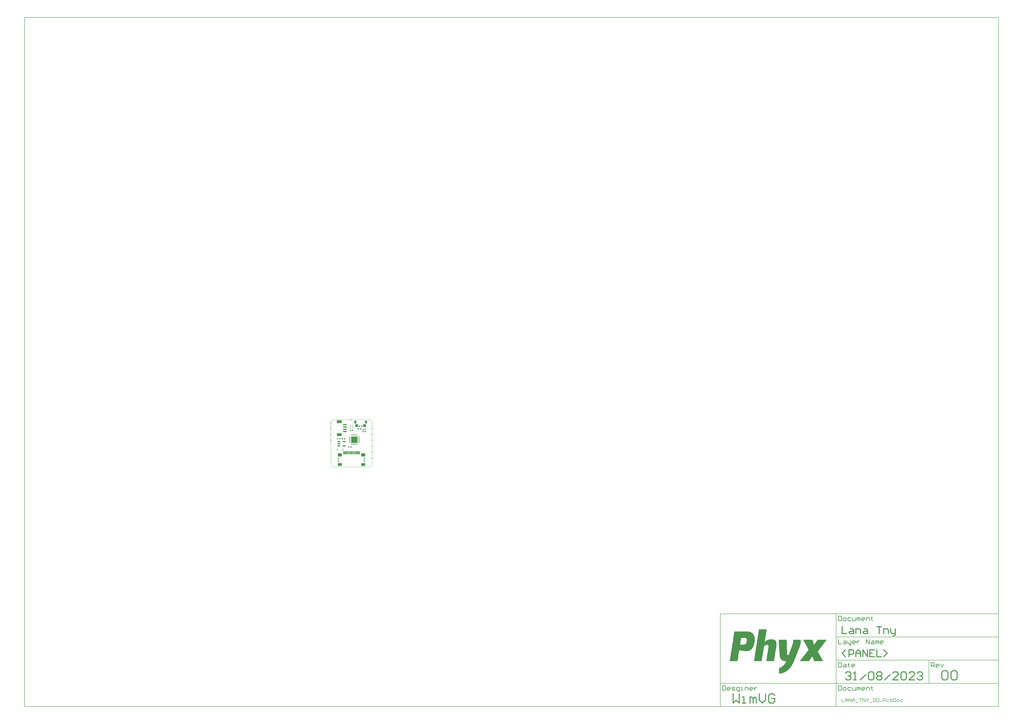
<source format=gtp>
G04*
G04 #@! TF.GenerationSoftware,Altium Limited,Altium Designer,23.8.1 (32)*
G04*
G04 Layer_Color=8421504*
%FSLAX25Y25*%
%MOIN*%
G70*
G04*
G04 #@! TF.SameCoordinates,792C4401-852F-49E4-8EEA-156BCAAEB04F*
G04*
G04*
G04 #@! TF.FilePolarity,Positive*
G04*
G01*
G75*
%ADD10C,0.00984*%
%ADD12C,0.00394*%
%ADD13C,0.00787*%
%ADD16C,0.01575*%
%ADD17R,0.06102X0.02362*%
%ADD18R,0.07874X0.04724*%
%ADD19R,0.01968X0.02362*%
%ADD20R,0.02362X0.01968*%
%ADD21R,0.11024X0.11024*%
%ADD22O,0.02953X0.00787*%
%ADD23O,0.00787X0.02953*%
%ADD24R,0.07087X0.04724*%
%ADD25R,0.07087X0.05709*%
%ADD26R,0.01181X0.05709*%
%ADD27R,0.04528X0.05118*%
%ADD28R,0.03543X0.04724*%
%ADD29C,0.01575*%
%ADD30R,0.01929X0.01772*%
%ADD31R,0.04528X0.02362*%
%ADD32R,0.01772X0.01772*%
G36*
X708815Y-279574D02*
X710533D01*
Y-279860D01*
X711392D01*
Y-280146D01*
X712251D01*
Y-280433D01*
X713110D01*
Y-280719D01*
X713683D01*
Y-281005D01*
X713969D01*
Y-281292D01*
X714542D01*
Y-281578D01*
X714828D01*
Y-281864D01*
X715401D01*
Y-282151D01*
X715687D01*
Y-282437D01*
X715973D01*
Y-282723D01*
X716260D01*
Y-283009D01*
X716546D01*
Y-283296D01*
X716832D01*
Y-283582D01*
X717119D01*
Y-283868D01*
Y-284155D01*
X717405D01*
Y-284441D01*
X717691D01*
Y-284727D01*
Y-285014D01*
X717978D01*
Y-285300D01*
X718264D01*
Y-285586D01*
Y-285873D01*
X718550D01*
Y-286159D01*
Y-286445D01*
Y-286732D01*
X718836D01*
Y-287018D01*
Y-287304D01*
Y-287590D01*
X719123D01*
Y-287877D01*
Y-288163D01*
Y-288449D01*
Y-288736D01*
X719409D01*
Y-289022D01*
Y-289308D01*
Y-289595D01*
Y-289881D01*
Y-290167D01*
X719695D01*
Y-290454D01*
Y-290740D01*
Y-291026D01*
Y-291313D01*
Y-291599D01*
Y-291885D01*
Y-292171D01*
Y-292458D01*
Y-292744D01*
Y-293030D01*
Y-293317D01*
Y-293603D01*
Y-293889D01*
Y-294176D01*
Y-294462D01*
Y-294748D01*
Y-295035D01*
Y-295321D01*
Y-295607D01*
Y-295894D01*
X719409D01*
Y-296180D01*
Y-296466D01*
Y-296752D01*
Y-297039D01*
Y-297325D01*
Y-297611D01*
Y-297898D01*
X719123D01*
Y-298184D01*
Y-298470D01*
Y-298757D01*
Y-299043D01*
Y-299329D01*
X718836D01*
Y-299616D01*
Y-299902D01*
Y-300188D01*
Y-300475D01*
Y-300761D01*
X718550D01*
Y-301047D01*
Y-301333D01*
Y-301620D01*
X718264D01*
Y-301906D01*
Y-302192D01*
Y-302479D01*
Y-302765D01*
X717978D01*
Y-303051D01*
Y-303338D01*
Y-303624D01*
X717691D01*
Y-303910D01*
Y-304197D01*
X717405D01*
Y-304483D01*
Y-304769D01*
Y-305055D01*
X717119D01*
Y-305342D01*
Y-305628D01*
X716832D01*
Y-305914D01*
Y-306201D01*
X716546D01*
Y-306487D01*
Y-306773D01*
X716260D01*
Y-307060D01*
X715973D01*
Y-307346D01*
Y-307632D01*
X715687D01*
Y-307919D01*
X715401D01*
Y-308205D01*
X715114D01*
Y-308491D01*
Y-308778D01*
X714828D01*
Y-309064D01*
X714542D01*
Y-309350D01*
X714256D01*
Y-309636D01*
X713969D01*
Y-309923D01*
X713683D01*
Y-310209D01*
X713110D01*
Y-310495D01*
X712824D01*
Y-310782D01*
X712251D01*
Y-311068D01*
X711965D01*
Y-311354D01*
X711392D01*
Y-311641D01*
X710533D01*
Y-311927D01*
X709674D01*
Y-312213D01*
X708815D01*
Y-312500D01*
X707098D01*
Y-312786D01*
X701944D01*
Y-312500D01*
X699367D01*
Y-312213D01*
X697363D01*
Y-311927D01*
X695931D01*
Y-311641D01*
X694500D01*
Y-311354D01*
X693068D01*
Y-311641D01*
Y-311927D01*
Y-312213D01*
Y-312500D01*
Y-312786D01*
Y-313072D01*
Y-313359D01*
X692782D01*
Y-313645D01*
Y-313931D01*
Y-314217D01*
Y-314504D01*
Y-314790D01*
Y-315076D01*
X692496D01*
Y-315363D01*
Y-315649D01*
Y-315935D01*
Y-316222D01*
Y-316508D01*
Y-316794D01*
X692209D01*
Y-317081D01*
Y-317367D01*
Y-317653D01*
Y-317940D01*
Y-318226D01*
Y-318512D01*
Y-318798D01*
X691923D01*
Y-319085D01*
Y-319371D01*
Y-319657D01*
Y-319944D01*
Y-320230D01*
Y-320516D01*
X691637D01*
Y-320803D01*
Y-321089D01*
Y-321375D01*
Y-321662D01*
Y-321948D01*
Y-322234D01*
X691350D01*
Y-322521D01*
Y-322807D01*
Y-323093D01*
Y-323379D01*
Y-323666D01*
Y-323952D01*
Y-324238D01*
X691064D01*
Y-324525D01*
Y-324811D01*
Y-325097D01*
Y-325384D01*
Y-325670D01*
Y-325956D01*
X690778D01*
Y-326243D01*
Y-326529D01*
Y-326815D01*
Y-327102D01*
Y-327388D01*
Y-327674D01*
X690491D01*
Y-327960D01*
Y-328247D01*
Y-328533D01*
Y-328819D01*
Y-329106D01*
Y-329392D01*
Y-329678D01*
X677035D01*
Y-329392D01*
X677321D01*
Y-329106D01*
Y-328819D01*
Y-328533D01*
Y-328247D01*
Y-327960D01*
X677607D01*
Y-327674D01*
Y-327388D01*
Y-327102D01*
Y-326815D01*
Y-326529D01*
Y-326243D01*
Y-325956D01*
X677894D01*
Y-325670D01*
Y-325384D01*
Y-325097D01*
Y-324811D01*
Y-324525D01*
Y-324238D01*
X678180D01*
Y-323952D01*
Y-323666D01*
Y-323379D01*
Y-323093D01*
Y-322807D01*
Y-322521D01*
X678466D01*
Y-322234D01*
Y-321948D01*
Y-321662D01*
Y-321375D01*
Y-321089D01*
Y-320803D01*
Y-320516D01*
X678753D01*
Y-320230D01*
Y-319944D01*
Y-319657D01*
Y-319371D01*
Y-319085D01*
Y-318798D01*
X679039D01*
Y-318512D01*
Y-318226D01*
Y-317940D01*
Y-317653D01*
Y-317367D01*
Y-317081D01*
X679325D01*
Y-316794D01*
Y-316508D01*
Y-316222D01*
Y-315935D01*
Y-315649D01*
Y-315363D01*
X679612D01*
Y-315076D01*
Y-314790D01*
Y-314504D01*
Y-314217D01*
Y-313931D01*
Y-313645D01*
Y-313359D01*
X679898D01*
Y-313072D01*
Y-312786D01*
Y-312500D01*
Y-312213D01*
Y-311927D01*
Y-311641D01*
X680184D01*
Y-311354D01*
Y-311068D01*
Y-310782D01*
Y-310495D01*
Y-310209D01*
Y-309923D01*
X680471D01*
Y-309636D01*
Y-309350D01*
Y-309064D01*
Y-308778D01*
Y-308491D01*
Y-308205D01*
X680757D01*
Y-307919D01*
Y-307632D01*
Y-307346D01*
Y-307060D01*
Y-306773D01*
Y-306487D01*
Y-306201D01*
X681043D01*
Y-305914D01*
Y-305628D01*
Y-305342D01*
Y-305055D01*
Y-304769D01*
Y-304483D01*
X681329D01*
Y-304197D01*
Y-303910D01*
Y-303624D01*
Y-303338D01*
Y-303051D01*
Y-302765D01*
X681616D01*
Y-302479D01*
Y-302192D01*
Y-301906D01*
Y-301620D01*
Y-301333D01*
Y-301047D01*
Y-300761D01*
X681902D01*
Y-300475D01*
Y-300188D01*
Y-299902D01*
Y-299616D01*
Y-299329D01*
Y-299043D01*
X682188D01*
Y-298757D01*
Y-298470D01*
Y-298184D01*
Y-297898D01*
Y-297611D01*
Y-297325D01*
X682475D01*
Y-297039D01*
Y-296752D01*
Y-296466D01*
Y-296180D01*
Y-295894D01*
Y-295607D01*
X682761D01*
Y-295321D01*
Y-295035D01*
Y-294748D01*
Y-294462D01*
Y-294176D01*
Y-293889D01*
Y-293603D01*
X683047D01*
Y-293317D01*
Y-293030D01*
Y-292744D01*
Y-292458D01*
Y-292171D01*
Y-291885D01*
X683334D01*
Y-291599D01*
Y-291313D01*
Y-291026D01*
Y-290740D01*
Y-290454D01*
Y-290167D01*
X683620D01*
Y-289881D01*
Y-289595D01*
Y-289308D01*
Y-289022D01*
Y-288736D01*
Y-288449D01*
Y-288163D01*
X683906D01*
Y-287877D01*
Y-287590D01*
Y-287304D01*
Y-287018D01*
Y-286732D01*
Y-286445D01*
X684193D01*
Y-286159D01*
Y-285873D01*
Y-285586D01*
Y-285300D01*
Y-285014D01*
Y-284727D01*
X684479D01*
Y-284441D01*
Y-284155D01*
Y-283868D01*
Y-283582D01*
Y-283296D01*
Y-283009D01*
Y-282723D01*
X684765D01*
Y-282437D01*
Y-282151D01*
Y-281864D01*
Y-281578D01*
Y-281292D01*
Y-281005D01*
X685052D01*
Y-280719D01*
Y-280433D01*
Y-280146D01*
Y-279860D01*
Y-279574D01*
Y-279287D01*
X708815D01*
Y-279574D01*
D02*
G37*
G36*
X740024Y-276138D02*
Y-276424D01*
X739737D01*
Y-276711D01*
Y-276997D01*
Y-277283D01*
Y-277570D01*
Y-277856D01*
Y-278142D01*
X739451D01*
Y-278428D01*
Y-278715D01*
Y-279001D01*
Y-279287D01*
Y-279574D01*
Y-279860D01*
X739165D01*
Y-280146D01*
Y-280433D01*
Y-280719D01*
Y-281005D01*
Y-281292D01*
Y-281578D01*
Y-281864D01*
X738878D01*
Y-282151D01*
Y-282437D01*
Y-282723D01*
Y-283009D01*
Y-283296D01*
Y-283582D01*
X738592D01*
Y-283868D01*
Y-284155D01*
Y-284441D01*
Y-284727D01*
Y-285014D01*
Y-285300D01*
X738306D01*
Y-285586D01*
Y-285873D01*
Y-286159D01*
Y-286445D01*
Y-286732D01*
Y-287018D01*
Y-287304D01*
X738019D01*
Y-287590D01*
Y-287877D01*
Y-288163D01*
Y-288449D01*
Y-288736D01*
Y-289022D01*
X737733D01*
Y-289308D01*
Y-289595D01*
Y-289881D01*
Y-290167D01*
Y-290454D01*
Y-290740D01*
X737447D01*
Y-291026D01*
Y-291313D01*
Y-291599D01*
Y-291885D01*
Y-292171D01*
Y-292458D01*
X737160D01*
Y-292744D01*
Y-293030D01*
Y-293317D01*
Y-293603D01*
Y-293889D01*
Y-294176D01*
Y-294462D01*
X736874D01*
Y-294748D01*
Y-295035D01*
Y-295321D01*
Y-295607D01*
Y-295894D01*
Y-296180D01*
X736588D01*
Y-296466D01*
Y-296752D01*
X737160D01*
Y-296466D01*
X737447D01*
Y-296180D01*
X737733D01*
Y-295894D01*
X738306D01*
Y-295607D01*
X738592D01*
Y-295321D01*
X738878D01*
Y-295035D01*
X739451D01*
Y-294748D01*
X740024D01*
Y-294462D01*
X740310D01*
Y-294176D01*
X740882D01*
Y-293889D01*
X741742D01*
Y-293603D01*
X742314D01*
Y-293317D01*
X743173D01*
Y-293030D01*
X744605D01*
Y-292744D01*
X750904D01*
Y-293030D01*
X752049D01*
Y-293317D01*
X752908D01*
Y-293603D01*
X753480D01*
Y-293889D01*
X753767D01*
Y-294176D01*
X754339D01*
Y-294462D01*
X754626D01*
Y-294748D01*
X754912D01*
Y-295035D01*
X755198D01*
Y-295321D01*
X755484D01*
Y-295607D01*
Y-295894D01*
X755771D01*
Y-296180D01*
Y-296466D01*
X756057D01*
Y-296752D01*
Y-297039D01*
Y-297325D01*
X756344D01*
Y-297611D01*
Y-297898D01*
Y-298184D01*
Y-298470D01*
X756630D01*
Y-298757D01*
Y-299043D01*
Y-299329D01*
Y-299616D01*
Y-299902D01*
Y-300188D01*
Y-300475D01*
Y-300761D01*
Y-301047D01*
Y-301333D01*
Y-301620D01*
Y-301906D01*
Y-302192D01*
Y-302479D01*
Y-302765D01*
Y-303051D01*
Y-303338D01*
Y-303624D01*
X756344D01*
Y-303910D01*
Y-304197D01*
Y-304483D01*
Y-304769D01*
Y-305055D01*
Y-305342D01*
Y-305628D01*
X756057D01*
Y-305914D01*
Y-306201D01*
Y-306487D01*
Y-306773D01*
Y-307060D01*
Y-307346D01*
Y-307632D01*
X755771D01*
Y-307919D01*
Y-308205D01*
Y-308491D01*
Y-308778D01*
Y-309064D01*
Y-309350D01*
X755484D01*
Y-309636D01*
Y-309923D01*
Y-310209D01*
Y-310495D01*
Y-310782D01*
Y-311068D01*
X755198D01*
Y-311354D01*
Y-311641D01*
Y-311927D01*
Y-312213D01*
Y-312500D01*
Y-312786D01*
X754912D01*
Y-313072D01*
Y-313359D01*
Y-313645D01*
Y-313931D01*
Y-314217D01*
Y-314504D01*
Y-314790D01*
X754626D01*
Y-315076D01*
Y-315363D01*
Y-315649D01*
Y-315935D01*
Y-316222D01*
Y-316508D01*
X754339D01*
Y-316794D01*
Y-317081D01*
Y-317367D01*
Y-317653D01*
Y-317940D01*
Y-318226D01*
X754053D01*
Y-318512D01*
Y-318798D01*
Y-319085D01*
Y-319371D01*
Y-319657D01*
Y-319944D01*
Y-320230D01*
X753767D01*
Y-320516D01*
Y-320803D01*
Y-321089D01*
Y-321375D01*
Y-321662D01*
Y-321948D01*
X753480D01*
Y-322234D01*
Y-322521D01*
Y-322807D01*
Y-323093D01*
Y-323379D01*
Y-323666D01*
X753194D01*
Y-323952D01*
Y-324238D01*
Y-324525D01*
Y-324811D01*
Y-325097D01*
Y-325384D01*
X752908D01*
Y-325670D01*
Y-325956D01*
Y-326243D01*
Y-326529D01*
Y-326815D01*
Y-327102D01*
Y-327388D01*
X752621D01*
Y-327674D01*
Y-327960D01*
Y-328247D01*
Y-328533D01*
Y-328819D01*
Y-329106D01*
X752335D01*
Y-329392D01*
Y-329678D01*
X739165D01*
Y-329392D01*
Y-329106D01*
X739451D01*
Y-328819D01*
Y-328533D01*
Y-328247D01*
Y-327960D01*
Y-327674D01*
Y-327388D01*
X739737D01*
Y-327102D01*
Y-326815D01*
Y-326529D01*
Y-326243D01*
Y-325956D01*
Y-325670D01*
Y-325384D01*
X740024D01*
Y-325097D01*
Y-324811D01*
Y-324525D01*
Y-324238D01*
Y-323952D01*
Y-323666D01*
X740310D01*
Y-323379D01*
Y-323093D01*
Y-322807D01*
Y-322521D01*
Y-322234D01*
Y-321948D01*
X740596D01*
Y-321662D01*
Y-321375D01*
Y-321089D01*
Y-320803D01*
Y-320516D01*
Y-320230D01*
Y-319944D01*
X740882D01*
Y-319657D01*
Y-319371D01*
Y-319085D01*
Y-318798D01*
Y-318512D01*
Y-318226D01*
X741169D01*
Y-317940D01*
Y-317653D01*
Y-317367D01*
Y-317081D01*
Y-316794D01*
Y-316508D01*
Y-316222D01*
X741455D01*
Y-315935D01*
Y-315649D01*
Y-315363D01*
Y-315076D01*
Y-314790D01*
Y-314504D01*
X741742D01*
Y-314217D01*
Y-313931D01*
Y-313645D01*
Y-313359D01*
Y-313072D01*
Y-312786D01*
X742028D01*
Y-312500D01*
Y-312213D01*
Y-311927D01*
Y-311641D01*
Y-311354D01*
Y-311068D01*
X742314D01*
Y-310782D01*
Y-310495D01*
Y-310209D01*
Y-309923D01*
Y-309636D01*
Y-309350D01*
Y-309064D01*
X742600D01*
Y-308778D01*
Y-308491D01*
Y-308205D01*
Y-307919D01*
Y-307632D01*
Y-307346D01*
X742887D01*
Y-307060D01*
Y-306773D01*
Y-306487D01*
Y-306201D01*
Y-305914D01*
Y-305628D01*
Y-305342D01*
X743173D01*
Y-305055D01*
Y-304769D01*
Y-304483D01*
Y-304197D01*
Y-303910D01*
Y-303624D01*
X742887D01*
Y-303338D01*
Y-303051D01*
X742600D01*
Y-302765D01*
X742314D01*
Y-302479D01*
X741742D01*
Y-302192D01*
X740024D01*
Y-302479D01*
X738592D01*
Y-302765D01*
X737733D01*
Y-303051D01*
X737160D01*
Y-303338D01*
X736874D01*
Y-303624D01*
X736302D01*
Y-303910D01*
X736015D01*
Y-304197D01*
X735729D01*
Y-304483D01*
Y-304769D01*
X735443D01*
Y-305055D01*
Y-305342D01*
Y-305628D01*
X735156D01*
Y-305914D01*
Y-306201D01*
Y-306487D01*
Y-306773D01*
Y-307060D01*
Y-307346D01*
X734870D01*
Y-307632D01*
Y-307919D01*
Y-308205D01*
Y-308491D01*
Y-308778D01*
Y-309064D01*
Y-309350D01*
X734584D01*
Y-309636D01*
Y-309923D01*
Y-310209D01*
Y-310495D01*
Y-310782D01*
Y-311068D01*
X734297D01*
Y-311354D01*
Y-311641D01*
Y-311927D01*
Y-312213D01*
Y-312500D01*
Y-312786D01*
X734011D01*
Y-313072D01*
Y-313359D01*
Y-313645D01*
Y-313931D01*
Y-314217D01*
Y-314504D01*
X733725D01*
Y-314790D01*
Y-315076D01*
Y-315363D01*
Y-315649D01*
Y-315935D01*
Y-316222D01*
Y-316508D01*
X733438D01*
Y-316794D01*
Y-317081D01*
Y-317367D01*
Y-317653D01*
Y-317940D01*
Y-318226D01*
X733152D01*
Y-318512D01*
Y-318798D01*
Y-319085D01*
Y-319371D01*
Y-319657D01*
Y-319944D01*
X732866D01*
Y-320230D01*
Y-320516D01*
Y-320803D01*
Y-321089D01*
Y-321375D01*
Y-321662D01*
Y-321948D01*
X732580D01*
Y-322234D01*
Y-322521D01*
Y-322807D01*
Y-323093D01*
Y-323379D01*
Y-323666D01*
X732293D01*
Y-323952D01*
Y-324238D01*
Y-324525D01*
Y-324811D01*
Y-325097D01*
Y-325384D01*
X732007D01*
Y-325670D01*
Y-325956D01*
Y-326243D01*
Y-326529D01*
Y-326815D01*
Y-327102D01*
X731720D01*
Y-327388D01*
Y-327674D01*
Y-327960D01*
Y-328247D01*
Y-328533D01*
Y-328819D01*
Y-329106D01*
X731434D01*
Y-329392D01*
Y-329678D01*
X718264D01*
Y-329392D01*
Y-329106D01*
X718550D01*
Y-328819D01*
Y-328533D01*
Y-328247D01*
Y-327960D01*
Y-327674D01*
Y-327388D01*
Y-327102D01*
X718836D01*
Y-326815D01*
Y-326529D01*
Y-326243D01*
Y-325956D01*
Y-325670D01*
Y-325384D01*
X719123D01*
Y-325097D01*
Y-324811D01*
Y-324525D01*
Y-324238D01*
Y-323952D01*
Y-323666D01*
X719409D01*
Y-323379D01*
Y-323093D01*
Y-322807D01*
Y-322521D01*
Y-322234D01*
Y-321948D01*
Y-321662D01*
X719695D01*
Y-321375D01*
Y-321089D01*
Y-320803D01*
Y-320516D01*
Y-320230D01*
Y-319944D01*
X719982D01*
Y-319657D01*
Y-319371D01*
Y-319085D01*
Y-318798D01*
Y-318512D01*
Y-318226D01*
X720268D01*
Y-317940D01*
Y-317653D01*
Y-317367D01*
Y-317081D01*
Y-316794D01*
Y-316508D01*
X720554D01*
Y-316222D01*
Y-315935D01*
Y-315649D01*
Y-315363D01*
Y-315076D01*
Y-314790D01*
Y-314504D01*
X720841D01*
Y-314217D01*
Y-313931D01*
Y-313645D01*
Y-313359D01*
Y-313072D01*
Y-312786D01*
X721127D01*
Y-312500D01*
Y-312213D01*
Y-311927D01*
Y-311641D01*
Y-311354D01*
Y-311068D01*
X721413D01*
Y-310782D01*
Y-310495D01*
Y-310209D01*
Y-309923D01*
Y-309636D01*
Y-309350D01*
Y-309064D01*
X721700D01*
Y-308778D01*
Y-308491D01*
Y-308205D01*
Y-307919D01*
Y-307632D01*
Y-307346D01*
X721986D01*
Y-307060D01*
Y-306773D01*
Y-306487D01*
Y-306201D01*
Y-305914D01*
Y-305628D01*
X722272D01*
Y-305342D01*
Y-305055D01*
Y-304769D01*
Y-304483D01*
Y-304197D01*
Y-303910D01*
X722558D01*
Y-303624D01*
Y-303338D01*
Y-303051D01*
Y-302765D01*
Y-302479D01*
Y-302192D01*
Y-301906D01*
X722845D01*
Y-301620D01*
Y-301333D01*
Y-301047D01*
Y-300761D01*
Y-300475D01*
Y-300188D01*
X723131D01*
Y-299902D01*
Y-299616D01*
Y-299329D01*
Y-299043D01*
Y-298757D01*
Y-298470D01*
X723418D01*
Y-298184D01*
Y-297898D01*
Y-297611D01*
Y-297325D01*
Y-297039D01*
Y-296752D01*
X723704D01*
Y-296466D01*
Y-296180D01*
Y-295894D01*
Y-295607D01*
Y-295321D01*
Y-295035D01*
Y-294748D01*
X723990D01*
Y-294462D01*
Y-294176D01*
Y-293889D01*
Y-293603D01*
Y-293317D01*
Y-293030D01*
X724276D01*
Y-292744D01*
Y-292458D01*
Y-292171D01*
Y-291885D01*
Y-291599D01*
Y-291313D01*
X724563D01*
Y-291026D01*
Y-290740D01*
Y-290454D01*
Y-290167D01*
Y-289881D01*
Y-289595D01*
Y-289308D01*
X724849D01*
Y-289022D01*
Y-288736D01*
Y-288449D01*
Y-288163D01*
Y-287877D01*
Y-287590D01*
X725135D01*
Y-287304D01*
Y-287018D01*
Y-286732D01*
Y-286445D01*
Y-286159D01*
Y-285873D01*
X725422D01*
Y-285586D01*
Y-285300D01*
Y-285014D01*
Y-284727D01*
Y-284441D01*
Y-284155D01*
X725708D01*
Y-283868D01*
Y-283582D01*
Y-283296D01*
Y-283009D01*
Y-282723D01*
Y-282437D01*
Y-282151D01*
X725994D01*
Y-281864D01*
Y-281578D01*
Y-281292D01*
Y-281005D01*
Y-280719D01*
Y-280433D01*
X726281D01*
Y-280146D01*
Y-279860D01*
Y-279574D01*
Y-279287D01*
Y-279001D01*
Y-278715D01*
X726567D01*
Y-278428D01*
Y-278142D01*
Y-277856D01*
Y-277570D01*
Y-277283D01*
Y-276997D01*
Y-276711D01*
X726853D01*
Y-276424D01*
Y-276138D01*
Y-275852D01*
X740024D01*
Y-276138D01*
D02*
G37*
G36*
X841951Y-293603D02*
X841665D01*
Y-293889D01*
X841378D01*
Y-294176D01*
Y-294462D01*
X841092D01*
Y-294748D01*
X840806D01*
Y-295035D01*
X840519D01*
Y-295321D01*
Y-295607D01*
X840233D01*
Y-295894D01*
X839947D01*
Y-296180D01*
X839660D01*
Y-296466D01*
X839374D01*
Y-296752D01*
Y-297039D01*
X839088D01*
Y-297325D01*
X838801D01*
Y-297611D01*
X838515D01*
Y-297898D01*
Y-298184D01*
X838229D01*
Y-298470D01*
X837943D01*
Y-298757D01*
X837656D01*
Y-299043D01*
X837370D01*
Y-299329D01*
Y-299616D01*
X837084D01*
Y-299902D01*
X836797D01*
Y-300188D01*
X836511D01*
Y-300475D01*
Y-300761D01*
X836225D01*
Y-301047D01*
X835938D01*
Y-301333D01*
X835652D01*
Y-301620D01*
Y-301906D01*
X835366D01*
Y-302192D01*
X835079D01*
Y-302479D01*
X834793D01*
Y-302765D01*
X834507D01*
Y-303051D01*
Y-303338D01*
X834221D01*
Y-303624D01*
X833934D01*
Y-303910D01*
X833648D01*
Y-304197D01*
Y-304483D01*
X833362D01*
Y-304769D01*
X833075D01*
Y-305055D01*
X832789D01*
Y-305342D01*
Y-305628D01*
X832503D01*
Y-305914D01*
X832216D01*
Y-306201D01*
X831930D01*
Y-306487D01*
X831644D01*
Y-306773D01*
Y-307060D01*
X831357D01*
Y-307346D01*
X831071D01*
Y-307632D01*
X830785D01*
Y-307919D01*
Y-308205D01*
X830499D01*
Y-308491D01*
X830212D01*
Y-308778D01*
X829926D01*
Y-309064D01*
Y-309350D01*
X829640D01*
Y-309636D01*
X829353D01*
Y-309923D01*
X829067D01*
Y-310209D01*
X828781D01*
Y-310495D01*
Y-310782D01*
X828494D01*
Y-311068D01*
X828208D01*
Y-311354D01*
X827922D01*
Y-311641D01*
Y-311927D01*
X827635D01*
Y-312213D01*
X827349D01*
Y-312500D01*
X827063D01*
Y-312786D01*
X826776D01*
Y-313072D01*
Y-313359D01*
X827063D01*
Y-313645D01*
Y-313931D01*
X827349D01*
Y-314217D01*
Y-314504D01*
X827635D01*
Y-314790D01*
X827922D01*
Y-315076D01*
Y-315363D01*
X828208D01*
Y-315649D01*
Y-315935D01*
X828494D01*
Y-316222D01*
Y-316508D01*
X828781D01*
Y-316794D01*
Y-317081D01*
X829067D01*
Y-317367D01*
Y-317653D01*
X829353D01*
Y-317940D01*
Y-318226D01*
X829640D01*
Y-318512D01*
Y-318798D01*
X829926D01*
Y-319085D01*
Y-319371D01*
X830212D01*
Y-319657D01*
X830499D01*
Y-319944D01*
Y-320230D01*
X830785D01*
Y-320516D01*
Y-320803D01*
X831071D01*
Y-321089D01*
Y-321375D01*
X831357D01*
Y-321662D01*
Y-321948D01*
X831644D01*
Y-322234D01*
Y-322521D01*
X831930D01*
Y-322807D01*
Y-323093D01*
X832216D01*
Y-323379D01*
Y-323666D01*
X832503D01*
Y-323952D01*
X832789D01*
Y-324238D01*
Y-324525D01*
X833075D01*
Y-324811D01*
Y-325097D01*
X833362D01*
Y-325384D01*
Y-325670D01*
X833648D01*
Y-325956D01*
Y-326243D01*
X833934D01*
Y-326529D01*
Y-326815D01*
X834221D01*
Y-327102D01*
Y-327388D01*
X834507D01*
Y-327674D01*
Y-327960D01*
X834793D01*
Y-328247D01*
X835079D01*
Y-328533D01*
Y-328819D01*
X835366D01*
Y-329106D01*
Y-329392D01*
X835652D01*
Y-329678D01*
X820477D01*
Y-329392D01*
X820191D01*
Y-329106D01*
Y-328819D01*
Y-328533D01*
X819905D01*
Y-328247D01*
Y-327960D01*
Y-327674D01*
X819619D01*
Y-327388D01*
Y-327102D01*
X819332D01*
Y-326815D01*
Y-326529D01*
Y-326243D01*
X819046D01*
Y-325956D01*
Y-325670D01*
Y-325384D01*
X818760D01*
Y-325097D01*
Y-324811D01*
X818473D01*
Y-324525D01*
Y-324238D01*
Y-323952D01*
X818187D01*
Y-323666D01*
Y-323379D01*
Y-323093D01*
X817901D01*
Y-322807D01*
Y-322521D01*
Y-322234D01*
X817614D01*
Y-321948D01*
X817042D01*
Y-322234D01*
Y-322521D01*
X816755D01*
Y-322807D01*
X816469D01*
Y-323093D01*
Y-323379D01*
X816183D01*
Y-323666D01*
X815897D01*
Y-323952D01*
Y-324238D01*
X815610D01*
Y-324525D01*
X815324D01*
Y-324811D01*
Y-325097D01*
X815038D01*
Y-325384D01*
X814751D01*
Y-325670D01*
X814465D01*
Y-325956D01*
Y-326243D01*
X814179D01*
Y-326529D01*
X813892D01*
Y-326815D01*
Y-327102D01*
X813606D01*
Y-327388D01*
X813320D01*
Y-327674D01*
Y-327960D01*
X813033D01*
Y-328247D01*
X812747D01*
Y-328533D01*
Y-328819D01*
X812461D01*
Y-329106D01*
X812174D01*
Y-329392D01*
Y-329678D01*
X796141D01*
Y-329392D01*
X796427D01*
Y-329106D01*
X796714D01*
Y-328819D01*
X797000D01*
Y-328533D01*
X797286D01*
Y-328247D01*
Y-327960D01*
X797573D01*
Y-327674D01*
X797859D01*
Y-327388D01*
X798145D01*
Y-327102D01*
X798431D01*
Y-326815D01*
Y-326529D01*
X798718D01*
Y-326243D01*
X799004D01*
Y-325956D01*
X799290D01*
Y-325670D01*
Y-325384D01*
X799577D01*
Y-325097D01*
X799863D01*
Y-324811D01*
X800149D01*
Y-324525D01*
X800436D01*
Y-324238D01*
Y-323952D01*
X800722D01*
Y-323666D01*
X801008D01*
Y-323379D01*
X801295D01*
Y-323093D01*
X801581D01*
Y-322807D01*
Y-322521D01*
X801867D01*
Y-322234D01*
X802153D01*
Y-321948D01*
X802440D01*
Y-321662D01*
Y-321375D01*
X802726D01*
Y-321089D01*
X803012D01*
Y-320803D01*
X803299D01*
Y-320516D01*
X803585D01*
Y-320230D01*
Y-319944D01*
X803871D01*
Y-319657D01*
X804158D01*
Y-319371D01*
X804444D01*
Y-319085D01*
Y-318798D01*
X804730D01*
Y-318512D01*
X805017D01*
Y-318226D01*
X805303D01*
Y-317940D01*
X805589D01*
Y-317653D01*
Y-317367D01*
X805876D01*
Y-317081D01*
X806162D01*
Y-316794D01*
X806448D01*
Y-316508D01*
Y-316222D01*
X806734D01*
Y-315935D01*
X807021D01*
Y-315649D01*
X807307D01*
Y-315363D01*
X807594D01*
Y-315076D01*
Y-314790D01*
X807880D01*
Y-314504D01*
X808166D01*
Y-314217D01*
X808452D01*
Y-313931D01*
X808739D01*
Y-313645D01*
Y-313359D01*
X809025D01*
Y-313072D01*
X809311D01*
Y-312786D01*
X809598D01*
Y-312500D01*
Y-312213D01*
X809884D01*
Y-311927D01*
X810170D01*
Y-311641D01*
X810457D01*
Y-311354D01*
X810743D01*
Y-311068D01*
Y-310782D01*
X811029D01*
Y-310495D01*
Y-310209D01*
Y-309923D01*
X810743D01*
Y-309636D01*
X810457D01*
Y-309350D01*
Y-309064D01*
X810170D01*
Y-308778D01*
Y-308491D01*
X809884D01*
Y-308205D01*
Y-307919D01*
X809598D01*
Y-307632D01*
Y-307346D01*
X809311D01*
Y-307060D01*
Y-306773D01*
X809025D01*
Y-306487D01*
Y-306201D01*
X808739D01*
Y-305914D01*
X808452D01*
Y-305628D01*
Y-305342D01*
X808166D01*
Y-305055D01*
Y-304769D01*
X807880D01*
Y-304483D01*
Y-304197D01*
X807594D01*
Y-303910D01*
Y-303624D01*
X807307D01*
Y-303338D01*
Y-303051D01*
X807021D01*
Y-302765D01*
Y-302479D01*
X806734D01*
Y-302192D01*
X806448D01*
Y-301906D01*
Y-301620D01*
X806162D01*
Y-301333D01*
Y-301047D01*
X805876D01*
Y-300761D01*
Y-300475D01*
X805589D01*
Y-300188D01*
Y-299902D01*
X805303D01*
Y-299616D01*
Y-299329D01*
X805017D01*
Y-299043D01*
Y-298757D01*
X804730D01*
Y-298470D01*
Y-298184D01*
X804444D01*
Y-297898D01*
X804158D01*
Y-297611D01*
Y-297325D01*
X803871D01*
Y-297039D01*
Y-296752D01*
X803585D01*
Y-296466D01*
Y-296180D01*
X803299D01*
Y-295894D01*
Y-295607D01*
X803012D01*
Y-295321D01*
Y-295035D01*
X802726D01*
Y-294748D01*
Y-294462D01*
X802440D01*
Y-294176D01*
X802153D01*
Y-293889D01*
Y-293603D01*
X801867D01*
Y-293317D01*
X817614D01*
Y-293603D01*
X817901D01*
Y-293889D01*
Y-294176D01*
Y-294462D01*
X818187D01*
Y-294748D01*
Y-295035D01*
Y-295321D01*
X818473D01*
Y-295607D01*
Y-295894D01*
Y-296180D01*
X818760D01*
Y-296466D01*
Y-296752D01*
Y-297039D01*
X819046D01*
Y-297325D01*
Y-297611D01*
Y-297898D01*
X819332D01*
Y-298184D01*
Y-298470D01*
Y-298757D01*
X819619D01*
Y-299043D01*
Y-299329D01*
Y-299616D01*
X819905D01*
Y-299902D01*
Y-300188D01*
Y-300475D01*
X820191D01*
Y-300761D01*
Y-301047D01*
Y-301333D01*
Y-301620D01*
X820764D01*
Y-301333D01*
X821050D01*
Y-301047D01*
X821336D01*
Y-300761D01*
Y-300475D01*
X821623D01*
Y-300188D01*
X821909D01*
Y-299902D01*
Y-299616D01*
X822195D01*
Y-299329D01*
X822482D01*
Y-299043D01*
Y-298757D01*
X822768D01*
Y-298470D01*
X823054D01*
Y-298184D01*
Y-297898D01*
X823341D01*
Y-297611D01*
X823627D01*
Y-297325D01*
Y-297039D01*
X823913D01*
Y-296752D01*
X824200D01*
Y-296466D01*
Y-296180D01*
X824486D01*
Y-295894D01*
X824772D01*
Y-295607D01*
Y-295321D01*
X825058D01*
Y-295035D01*
X825345D01*
Y-294748D01*
Y-294462D01*
X825631D01*
Y-294176D01*
X825918D01*
Y-293889D01*
Y-293603D01*
X826204D01*
Y-293317D01*
X841951D01*
Y-293603D01*
D02*
G37*
G36*
X797859D02*
Y-293889D01*
Y-294176D01*
Y-294462D01*
Y-294748D01*
Y-295035D01*
Y-295321D01*
Y-295607D01*
Y-295894D01*
Y-296180D01*
Y-296466D01*
Y-296752D01*
Y-297039D01*
Y-297325D01*
Y-297611D01*
Y-297898D01*
Y-298184D01*
Y-298470D01*
Y-298757D01*
Y-299043D01*
Y-299329D01*
X797573D01*
Y-299616D01*
Y-299902D01*
Y-300188D01*
Y-300475D01*
Y-300761D01*
X797286D01*
Y-301047D01*
Y-301333D01*
Y-301620D01*
Y-301906D01*
X797000D01*
Y-302192D01*
Y-302479D01*
Y-302765D01*
Y-303051D01*
X796714D01*
Y-303338D01*
Y-303624D01*
Y-303910D01*
X796427D01*
Y-304197D01*
Y-304483D01*
Y-304769D01*
X796141D01*
Y-305055D01*
Y-305342D01*
Y-305628D01*
X795855D01*
Y-305914D01*
Y-306201D01*
Y-306487D01*
X795568D01*
Y-306773D01*
Y-307060D01*
X795282D01*
Y-307346D01*
Y-307632D01*
X794996D01*
Y-307919D01*
Y-308205D01*
Y-308491D01*
X794709D01*
Y-308778D01*
Y-309064D01*
X794423D01*
Y-309350D01*
Y-309636D01*
Y-309923D01*
X794137D01*
Y-310209D01*
Y-310495D01*
X793850D01*
Y-310782D01*
Y-311068D01*
Y-311354D01*
X793564D01*
Y-311641D01*
Y-311927D01*
X793278D01*
Y-312213D01*
Y-312500D01*
Y-312786D01*
X792991D01*
Y-313072D01*
Y-313359D01*
X792705D01*
Y-313645D01*
Y-313931D01*
Y-314217D01*
X792419D01*
Y-314504D01*
Y-314790D01*
X792133D01*
Y-315076D01*
Y-315363D01*
Y-315649D01*
X791846D01*
Y-315935D01*
Y-316222D01*
X791560D01*
Y-316508D01*
Y-316794D01*
Y-317081D01*
X791274D01*
Y-317367D01*
Y-317653D01*
X790987D01*
Y-317940D01*
Y-318226D01*
Y-318512D01*
X790701D01*
Y-318798D01*
Y-319085D01*
X790415D01*
Y-319371D01*
Y-319657D01*
Y-319944D01*
X790128D01*
Y-320230D01*
Y-320516D01*
X789842D01*
Y-320803D01*
Y-321089D01*
Y-321375D01*
X789556D01*
Y-321662D01*
Y-321948D01*
X789269D01*
Y-322234D01*
Y-322521D01*
Y-322807D01*
X788983D01*
Y-323093D01*
Y-323379D01*
X788697D01*
Y-323666D01*
Y-323952D01*
Y-324238D01*
X788411D01*
Y-324525D01*
Y-324811D01*
X788124D01*
Y-325097D01*
Y-325384D01*
Y-325670D01*
X787838D01*
Y-325956D01*
Y-326243D01*
X787552D01*
Y-326529D01*
Y-326815D01*
Y-327102D01*
X787265D01*
Y-327388D01*
Y-327674D01*
X786979D01*
Y-327960D01*
Y-328247D01*
Y-328533D01*
X786693D01*
Y-328819D01*
Y-329106D01*
X786406D01*
Y-329392D01*
Y-329678D01*
Y-329965D01*
X786120D01*
Y-330251D01*
Y-330537D01*
X785834D01*
Y-330824D01*
Y-331110D01*
X785547D01*
Y-331396D01*
Y-331683D01*
X785261D01*
Y-331969D01*
Y-332255D01*
Y-332542D01*
X784975D01*
Y-332828D01*
X784688D01*
Y-333114D01*
Y-333401D01*
Y-333687D01*
X784402D01*
Y-333973D01*
X784116D01*
Y-334259D01*
Y-334546D01*
X783829D01*
Y-334832D01*
Y-335118D01*
X783543D01*
Y-335405D01*
Y-335691D01*
X783257D01*
Y-335977D01*
Y-336264D01*
X782971D01*
Y-336550D01*
X782684D01*
Y-336836D01*
Y-337123D01*
X782398D01*
Y-337409D01*
Y-337695D01*
X782112D01*
Y-337982D01*
X781825D01*
Y-338268D01*
X781539D01*
Y-338554D01*
Y-338840D01*
X781253D01*
Y-339127D01*
X780966D01*
Y-339413D01*
Y-339699D01*
X780680D01*
Y-339986D01*
X780394D01*
Y-340272D01*
X780107D01*
Y-340558D01*
Y-340845D01*
X779821D01*
Y-341131D01*
X779535D01*
Y-341417D01*
X779249D01*
Y-341704D01*
X778962D01*
Y-341990D01*
X778676D01*
Y-342276D01*
Y-342563D01*
X778390D01*
Y-342849D01*
X778103D01*
Y-343135D01*
X777817D01*
Y-343421D01*
X777531D01*
Y-343708D01*
X777244D01*
Y-343994D01*
X776958D01*
Y-344280D01*
X776672D01*
Y-344567D01*
X776099D01*
Y-344853D01*
X775813D01*
Y-345139D01*
X775526D01*
Y-345426D01*
X775240D01*
Y-345712D01*
X774954D01*
Y-345998D01*
X774381D01*
Y-346285D01*
X774095D01*
Y-346571D01*
X773522D01*
Y-346857D01*
X773236D01*
Y-347144D01*
X772663D01*
Y-347430D01*
X772377D01*
Y-347716D01*
X771804D01*
Y-348002D01*
X771232D01*
Y-348289D01*
X770659D01*
Y-348575D01*
X770086D01*
Y-348861D01*
X769514D01*
Y-349148D01*
X768655D01*
Y-349434D01*
X768082D01*
Y-349720D01*
X767223D01*
Y-350007D01*
X766078D01*
Y-350293D01*
X764933D01*
Y-350579D01*
X763215D01*
Y-350866D01*
X761211D01*
Y-351152D01*
X760924D01*
Y-350866D01*
Y-350579D01*
Y-350293D01*
Y-350007D01*
Y-349720D01*
Y-349434D01*
Y-349148D01*
Y-348861D01*
Y-348575D01*
Y-348289D01*
Y-348002D01*
Y-347716D01*
Y-347430D01*
Y-347144D01*
Y-346857D01*
Y-346571D01*
Y-346285D01*
Y-345998D01*
Y-345712D01*
Y-345426D01*
Y-345139D01*
Y-344853D01*
Y-344567D01*
Y-344280D01*
Y-343994D01*
Y-343708D01*
Y-343421D01*
Y-343135D01*
Y-342849D01*
Y-342563D01*
Y-342276D01*
Y-341990D01*
Y-341704D01*
X761497D01*
Y-341417D01*
X762070D01*
Y-341131D01*
X762642D01*
Y-340845D01*
X763215D01*
Y-340558D01*
X763788D01*
Y-340272D01*
X764360D01*
Y-339986D01*
X764646D01*
Y-339699D01*
X765219D01*
Y-339413D01*
X765506D01*
Y-339127D01*
X766078D01*
Y-338840D01*
X766364D01*
Y-338554D01*
X766651D01*
Y-338268D01*
X767223D01*
Y-337982D01*
X767510D01*
Y-337695D01*
X767796D01*
Y-337409D01*
X768082D01*
Y-337123D01*
X768369D01*
Y-336836D01*
X768655D01*
Y-336550D01*
X768941D01*
Y-336264D01*
X769228D01*
Y-335977D01*
X769514D01*
Y-335691D01*
X769800D01*
Y-335405D01*
X770086D01*
Y-335118D01*
X770373D01*
Y-334832D01*
Y-334546D01*
X770659D01*
Y-334259D01*
X770945D01*
Y-333973D01*
X771232D01*
Y-333687D01*
Y-333401D01*
X771518D01*
Y-333114D01*
X771804D01*
Y-332828D01*
Y-332542D01*
X772091D01*
Y-332255D01*
Y-331969D01*
X772377D01*
Y-331683D01*
X772663D01*
Y-331396D01*
Y-331110D01*
X772950D01*
Y-330824D01*
Y-330537D01*
X773236D01*
Y-330251D01*
Y-329965D01*
X771518D01*
Y-329678D01*
X769514D01*
Y-329392D01*
X768369D01*
Y-329106D01*
X767796D01*
Y-328819D01*
X766937D01*
Y-328533D01*
X766364D01*
Y-328247D01*
X766078D01*
Y-327960D01*
X765506D01*
Y-327674D01*
X765219D01*
Y-327388D01*
X764933D01*
Y-327102D01*
X764646D01*
Y-326815D01*
X764360D01*
Y-326529D01*
X764074D01*
Y-326243D01*
Y-325956D01*
X763788D01*
Y-325670D01*
X763501D01*
Y-325384D01*
Y-325097D01*
X763215D01*
Y-324811D01*
Y-324525D01*
X762929D01*
Y-324238D01*
Y-323952D01*
X762642D01*
Y-323666D01*
Y-323379D01*
Y-323093D01*
X762356D01*
Y-322807D01*
Y-322521D01*
Y-322234D01*
Y-321948D01*
X762070D01*
Y-321662D01*
Y-321375D01*
Y-321089D01*
Y-320803D01*
Y-320516D01*
Y-320230D01*
Y-319944D01*
X761783D01*
Y-319657D01*
Y-319371D01*
Y-319085D01*
Y-318798D01*
Y-318512D01*
Y-318226D01*
Y-317940D01*
Y-317653D01*
Y-317367D01*
Y-317081D01*
Y-316794D01*
Y-316508D01*
Y-316222D01*
Y-315935D01*
Y-315649D01*
X761497D01*
Y-315363D01*
Y-315076D01*
Y-314790D01*
Y-314504D01*
Y-314217D01*
Y-313931D01*
Y-313645D01*
Y-313359D01*
Y-313072D01*
Y-312786D01*
Y-312500D01*
Y-312213D01*
Y-311927D01*
Y-311641D01*
Y-311354D01*
X761211D01*
Y-311068D01*
Y-310782D01*
Y-310495D01*
Y-310209D01*
Y-309923D01*
Y-309636D01*
Y-309350D01*
Y-309064D01*
Y-308778D01*
Y-308491D01*
Y-308205D01*
Y-307919D01*
Y-307632D01*
Y-307346D01*
Y-307060D01*
Y-306773D01*
X760924D01*
Y-306487D01*
Y-306201D01*
Y-305914D01*
Y-305628D01*
Y-305342D01*
Y-305055D01*
Y-304769D01*
Y-304483D01*
Y-304197D01*
Y-303910D01*
Y-303624D01*
Y-303338D01*
Y-303051D01*
Y-302765D01*
Y-302479D01*
Y-302192D01*
X760638D01*
Y-301906D01*
Y-301620D01*
Y-301333D01*
Y-301047D01*
Y-300761D01*
Y-300475D01*
Y-300188D01*
Y-299902D01*
Y-299616D01*
Y-299329D01*
Y-299043D01*
Y-298757D01*
Y-298470D01*
Y-298184D01*
X760352D01*
Y-297898D01*
Y-297611D01*
Y-297325D01*
Y-297039D01*
Y-296752D01*
Y-296466D01*
Y-296180D01*
Y-295894D01*
Y-295607D01*
Y-295321D01*
Y-295035D01*
Y-294748D01*
Y-294462D01*
Y-294176D01*
Y-293889D01*
Y-293603D01*
X760066D01*
Y-293317D01*
X773808D01*
Y-293603D01*
Y-293889D01*
Y-294176D01*
Y-294462D01*
Y-294748D01*
Y-295035D01*
Y-295321D01*
Y-295607D01*
Y-295894D01*
Y-296180D01*
Y-296466D01*
Y-296752D01*
Y-297039D01*
Y-297325D01*
X774095D01*
Y-297611D01*
Y-297898D01*
Y-298184D01*
Y-298470D01*
Y-298757D01*
Y-299043D01*
Y-299329D01*
Y-299616D01*
Y-299902D01*
Y-300188D01*
Y-300475D01*
Y-300761D01*
Y-301047D01*
Y-301333D01*
Y-301620D01*
Y-301906D01*
Y-302192D01*
Y-302479D01*
Y-302765D01*
Y-303051D01*
Y-303338D01*
Y-303624D01*
Y-303910D01*
Y-304197D01*
Y-304483D01*
Y-304769D01*
Y-305055D01*
Y-305342D01*
Y-305628D01*
Y-305914D01*
Y-306201D01*
Y-306487D01*
Y-306773D01*
Y-307060D01*
Y-307346D01*
Y-307632D01*
Y-307919D01*
Y-308205D01*
Y-308491D01*
Y-308778D01*
Y-309064D01*
X774381D01*
Y-309350D01*
X774095D01*
Y-309636D01*
Y-309923D01*
X774381D01*
Y-310209D01*
Y-310495D01*
Y-310782D01*
Y-311068D01*
Y-311354D01*
Y-311641D01*
Y-311927D01*
Y-312213D01*
Y-312500D01*
Y-312786D01*
Y-313072D01*
Y-313359D01*
Y-313645D01*
Y-313931D01*
Y-314217D01*
Y-314504D01*
Y-314790D01*
Y-315076D01*
Y-315363D01*
Y-315649D01*
Y-315935D01*
Y-316222D01*
Y-316508D01*
Y-316794D01*
Y-317081D01*
Y-317367D01*
X774668D01*
Y-317653D01*
Y-317940D01*
Y-318226D01*
X774954D01*
Y-318512D01*
X775240D01*
Y-318798D01*
X775526D01*
Y-319085D01*
X776385D01*
Y-319371D01*
X777244D01*
Y-319085D01*
X777531D01*
Y-318798D01*
Y-318512D01*
Y-318226D01*
X777817D01*
Y-317940D01*
Y-317653D01*
X778103D01*
Y-317367D01*
Y-317081D01*
Y-316794D01*
X778390D01*
Y-316508D01*
Y-316222D01*
Y-315935D01*
X778676D01*
Y-315649D01*
Y-315363D01*
Y-315076D01*
X778962D01*
Y-314790D01*
Y-314504D01*
Y-314217D01*
X779249D01*
Y-313931D01*
Y-313645D01*
X779535D01*
Y-313359D01*
Y-313072D01*
Y-312786D01*
X779821D01*
Y-312500D01*
Y-312213D01*
Y-311927D01*
X780107D01*
Y-311641D01*
Y-311354D01*
Y-311068D01*
X780394D01*
Y-310782D01*
Y-310495D01*
X780680D01*
Y-310209D01*
Y-309923D01*
Y-309636D01*
X780966D01*
Y-309350D01*
Y-309064D01*
Y-308778D01*
X781253D01*
Y-308491D01*
Y-308205D01*
Y-307919D01*
X781539D01*
Y-307632D01*
Y-307346D01*
X781825D01*
Y-307060D01*
Y-306773D01*
Y-306487D01*
X782112D01*
Y-306201D01*
Y-305914D01*
Y-305628D01*
X782398D01*
Y-305342D01*
Y-305055D01*
Y-304769D01*
X782684D01*
Y-304483D01*
Y-304197D01*
X782971D01*
Y-303910D01*
Y-303624D01*
Y-303338D01*
X783257D01*
Y-303051D01*
Y-302765D01*
Y-302479D01*
X783543D01*
Y-302192D01*
Y-301906D01*
Y-301620D01*
X783829D01*
Y-301333D01*
Y-301047D01*
Y-300761D01*
Y-300475D01*
X784116D01*
Y-300188D01*
Y-299902D01*
Y-299616D01*
Y-299329D01*
X784402D01*
Y-299043D01*
Y-298757D01*
Y-298470D01*
Y-298184D01*
Y-297898D01*
X784688D01*
Y-297611D01*
Y-297325D01*
Y-297039D01*
Y-296752D01*
Y-296466D01*
Y-296180D01*
X784975D01*
Y-295894D01*
Y-295607D01*
Y-295321D01*
Y-295035D01*
Y-294748D01*
Y-294462D01*
Y-294176D01*
Y-293889D01*
Y-293603D01*
Y-293317D01*
X797859D01*
Y-293603D01*
D02*
G37*
%LPC*%
G36*
X704521Y-290454D02*
X696504D01*
Y-290740D01*
Y-291026D01*
Y-291313D01*
Y-291599D01*
Y-291885D01*
X696218D01*
Y-292171D01*
Y-292458D01*
Y-292744D01*
Y-293030D01*
Y-293317D01*
Y-293603D01*
X695931D01*
Y-293889D01*
Y-294176D01*
Y-294462D01*
Y-294748D01*
Y-295035D01*
Y-295321D01*
X695645D01*
Y-295607D01*
Y-295894D01*
Y-296180D01*
Y-296466D01*
Y-296752D01*
Y-297039D01*
X695359D01*
Y-297325D01*
Y-297611D01*
Y-297898D01*
Y-298184D01*
Y-298470D01*
Y-298757D01*
Y-299043D01*
X695073D01*
Y-299329D01*
Y-299616D01*
Y-299902D01*
Y-300188D01*
Y-300475D01*
Y-300761D01*
X694786D01*
Y-301047D01*
Y-301333D01*
Y-301620D01*
X701944D01*
Y-301333D01*
X703089D01*
Y-301047D01*
X703662D01*
Y-300761D01*
X703948D01*
Y-300475D01*
X704235D01*
Y-300188D01*
X704521D01*
Y-299902D01*
X704807D01*
Y-299616D01*
Y-299329D01*
X705093D01*
Y-299043D01*
Y-298757D01*
X705380D01*
Y-298470D01*
Y-298184D01*
X705666D01*
Y-297898D01*
Y-297611D01*
Y-297325D01*
Y-297039D01*
X705952D01*
Y-296752D01*
Y-296466D01*
Y-296180D01*
Y-295894D01*
Y-295607D01*
X706239D01*
Y-295321D01*
Y-295035D01*
Y-294748D01*
Y-294462D01*
Y-294176D01*
Y-293889D01*
Y-293603D01*
Y-293317D01*
Y-293030D01*
Y-292744D01*
Y-292458D01*
X705952D01*
Y-292171D01*
Y-291885D01*
X705666D01*
Y-291599D01*
Y-291313D01*
X705380D01*
Y-291026D01*
X705093D01*
Y-290740D01*
X704521D01*
Y-290454D01*
D02*
G37*
%LPD*%
D10*
X1019299Y-339807D02*
Y-331936D01*
X1023235D01*
X1024547Y-333248D01*
Y-335872D01*
X1023235Y-337183D01*
X1019299D01*
X1021923D02*
X1024547Y-339807D01*
X1031106D02*
X1028482D01*
X1027170Y-338495D01*
Y-335872D01*
X1028482Y-334560D01*
X1031106D01*
X1032418Y-335872D01*
Y-337183D01*
X1027170D01*
X1035042Y-334560D02*
X1037666Y-339807D01*
X1040289Y-334560D01*
X664968Y-371306D02*
Y-379177D01*
X668904D01*
X670216Y-377865D01*
Y-372618D01*
X668904Y-371306D01*
X664968D01*
X676775Y-379177D02*
X674152D01*
X672840Y-377865D01*
Y-375242D01*
X674152Y-373930D01*
X676775D01*
X678087Y-375242D01*
Y-376554D01*
X672840D01*
X680711Y-379177D02*
X684647D01*
X685959Y-377865D01*
X684647Y-376554D01*
X682023D01*
X680711Y-375242D01*
X682023Y-373930D01*
X685959D01*
X691207Y-381801D02*
X692518D01*
X693830Y-380489D01*
Y-373930D01*
X689894D01*
X688583Y-375242D01*
Y-377865D01*
X689894Y-379177D01*
X693830D01*
X696454D02*
X699078D01*
X697766D01*
Y-373930D01*
X696454D01*
X703014Y-379177D02*
Y-373930D01*
X706949D01*
X708261Y-375242D01*
Y-379177D01*
X714821D02*
X712197D01*
X710885Y-377865D01*
Y-375242D01*
X712197Y-373930D01*
X714821D01*
X716133Y-375242D01*
Y-376554D01*
X710885D01*
X718757Y-373930D02*
Y-379177D01*
Y-376554D01*
X720069Y-375242D01*
X721381Y-373930D01*
X722692D01*
X861819Y-253196D02*
Y-261067D01*
X865754D01*
X867066Y-259755D01*
Y-254507D01*
X865754Y-253196D01*
X861819D01*
X871002Y-261067D02*
X873626D01*
X874938Y-259755D01*
Y-257131D01*
X873626Y-255820D01*
X871002D01*
X869690Y-257131D01*
Y-259755D01*
X871002Y-261067D01*
X882809Y-255820D02*
X878874D01*
X877561Y-257131D01*
Y-259755D01*
X878874Y-261067D01*
X882809D01*
X885433Y-255820D02*
Y-259755D01*
X886745Y-261067D01*
X890681D01*
Y-255820D01*
X893305Y-261067D02*
Y-255820D01*
X894616D01*
X895928Y-257131D01*
Y-261067D01*
Y-257131D01*
X897240Y-255820D01*
X898552Y-257131D01*
Y-261067D01*
X905112D02*
X902488D01*
X901176Y-259755D01*
Y-257131D01*
X902488Y-255820D01*
X905112D01*
X906424Y-257131D01*
Y-258443D01*
X901176D01*
X909048Y-261067D02*
Y-255820D01*
X912983D01*
X914295Y-257131D01*
Y-261067D01*
X918231Y-254507D02*
Y-255820D01*
X916919D01*
X919543D01*
X918231D01*
Y-259755D01*
X919543Y-261067D01*
X861819Y-292566D02*
Y-300437D01*
X867066D01*
X871002Y-295189D02*
X873626D01*
X874938Y-296501D01*
Y-300437D01*
X871002D01*
X869690Y-299125D01*
X871002Y-297813D01*
X874938D01*
X877561Y-295189D02*
Y-299125D01*
X878874Y-300437D01*
X882809D01*
Y-301749D01*
X881497Y-303061D01*
X880185D01*
X882809Y-300437D02*
Y-295189D01*
X889369Y-300437D02*
X886745D01*
X885433Y-299125D01*
Y-296501D01*
X886745Y-295189D01*
X889369D01*
X890681Y-296501D01*
Y-297813D01*
X885433D01*
X893305Y-295189D02*
Y-300437D01*
Y-297813D01*
X894616Y-296501D01*
X895928Y-295189D01*
X897240D01*
X909048Y-300437D02*
Y-292566D01*
X914295Y-300437D01*
Y-292566D01*
X918231Y-295189D02*
X920855D01*
X922167Y-296501D01*
Y-300437D01*
X918231D01*
X916919Y-299125D01*
X918231Y-297813D01*
X922167D01*
X924790Y-300437D02*
Y-295189D01*
X926102D01*
X927414Y-296501D01*
Y-300437D01*
Y-296501D01*
X928726Y-295189D01*
X930038Y-296501D01*
Y-300437D01*
X936598D02*
X933974D01*
X932662Y-299125D01*
Y-296501D01*
X933974Y-295189D01*
X936598D01*
X937910Y-296501D01*
Y-297813D01*
X932662D01*
X861819Y-331936D02*
Y-339807D01*
X865754D01*
X867066Y-338495D01*
Y-333248D01*
X865754Y-331936D01*
X861819D01*
X871002Y-334560D02*
X873626D01*
X874938Y-335872D01*
Y-339807D01*
X871002D01*
X869690Y-338495D01*
X871002Y-337183D01*
X874938D01*
X878874Y-333248D02*
Y-334560D01*
X877561D01*
X880185D01*
X878874D01*
Y-338495D01*
X880185Y-339807D01*
X888057D02*
X885433D01*
X884121Y-338495D01*
Y-335872D01*
X885433Y-334560D01*
X888057D01*
X889369Y-335872D01*
Y-337183D01*
X884121D01*
X861819Y-371306D02*
Y-379177D01*
X865754D01*
X867066Y-377865D01*
Y-372618D01*
X865754Y-371306D01*
X861819D01*
X871002Y-379177D02*
X873626D01*
X874938Y-377865D01*
Y-375242D01*
X873626Y-373930D01*
X871002D01*
X869690Y-375242D01*
Y-377865D01*
X871002Y-379177D01*
X882809Y-373930D02*
X878874D01*
X877561Y-375242D01*
Y-377865D01*
X878874Y-379177D01*
X882809D01*
X885433Y-373930D02*
Y-377865D01*
X886745Y-379177D01*
X890681D01*
Y-373930D01*
X893305Y-379177D02*
Y-373930D01*
X894616D01*
X895928Y-375242D01*
Y-379177D01*
Y-375242D01*
X897240Y-373930D01*
X898552Y-375242D01*
Y-379177D01*
X905112D02*
X902488D01*
X901176Y-377865D01*
Y-375242D01*
X902488Y-373930D01*
X905112D01*
X906424Y-375242D01*
Y-376554D01*
X901176D01*
X909048Y-379177D02*
Y-373930D01*
X912983D01*
X914295Y-375242D01*
Y-379177D01*
X918231Y-372618D02*
Y-373930D01*
X916919D01*
X919543D01*
X918231D01*
Y-377865D01*
X919543Y-379177D01*
D12*
X65000Y-0D02*
G03*
X70000Y5000I0J5000D01*
G01*
X70000Y75000D02*
G03*
X65000Y80000I-5000J0D01*
G01*
X5000Y80000D02*
G03*
X0Y75000I0J-5000D01*
G01*
X-0Y5000D02*
G03*
X5000Y0I5000J0D01*
G01*
X0Y5000D02*
Y75000D01*
X5000Y80000D02*
X65000D01*
X70000Y5000D02*
Y75000D01*
X5000Y0D02*
X65000D01*
D13*
X1015362Y-367366D02*
Y-327996D01*
X857882Y-288626D02*
X1133472D01*
X857882Y-327996D02*
X1133472D01*
X661031Y-367366D02*
X1133472D01*
X661031Y-249256D02*
X1133472D01*
X661031Y-406736D02*
Y-249256D01*
X857882Y-406736D02*
Y-249256D01*
X-520071Y762555D02*
X1133472D01*
Y-406736D02*
Y762555D01*
X-520071Y-406736D02*
Y762555D01*
Y-406736D02*
X1133472D01*
X867724Y-392959D02*
Y-398862D01*
X871660D01*
X873628D02*
Y-394927D01*
X875596Y-392959D01*
X877563Y-394927D01*
Y-398862D01*
Y-395911D01*
X873628D01*
X879531Y-398862D02*
Y-392959D01*
X883467Y-398862D01*
Y-392959D01*
X885435Y-398862D02*
Y-394927D01*
X887403Y-392959D01*
X889371Y-394927D01*
Y-398862D01*
Y-395911D01*
X885435D01*
X891339Y-399846D02*
X895274D01*
X897242Y-392959D02*
X901178D01*
X899210D01*
Y-398862D01*
X903146D02*
Y-392959D01*
X907081Y-398862D01*
Y-392959D01*
X909049D02*
Y-393943D01*
X911017Y-395911D01*
X912985Y-393943D01*
Y-392959D01*
X911017Y-395911D02*
Y-398862D01*
X914953Y-399846D02*
X918889D01*
X920856Y-393943D02*
X921840Y-392959D01*
X923808D01*
X924792Y-393943D01*
Y-397878D01*
X923808Y-398862D01*
X921840D01*
X920856Y-397878D01*
Y-393943D01*
X926760D02*
X927744Y-392959D01*
X929712D01*
X930696Y-393943D01*
Y-397878D01*
X929712Y-398862D01*
X927744D01*
X926760Y-397878D01*
Y-393943D01*
X932664Y-398862D02*
Y-397878D01*
X933648D01*
Y-398862D01*
X932664D01*
X937583D02*
Y-392959D01*
X940535D01*
X941519Y-393943D01*
Y-395911D01*
X940535Y-396895D01*
X937583D01*
X947423Y-394927D02*
X944471D01*
X943487Y-395911D01*
Y-397878D01*
X944471Y-398862D01*
X947423D01*
X949391Y-392959D02*
Y-398862D01*
X952342D01*
X953326Y-397878D01*
Y-396895D01*
Y-395911D01*
X952342Y-394927D01*
X949391D01*
X955294Y-392959D02*
Y-398862D01*
X958246D01*
X959230Y-397878D01*
Y-393943D01*
X958246Y-392959D01*
X955294D01*
X962182Y-398862D02*
X964150D01*
X965133Y-397878D01*
Y-395911D01*
X964150Y-394927D01*
X962182D01*
X961198Y-395911D01*
Y-397878D01*
X962182Y-398862D01*
X971037Y-394927D02*
X968085D01*
X967101Y-395911D01*
Y-397878D01*
X968085Y-398862D01*
X971037D01*
D16*
X873628Y-322091D02*
X867724Y-316187D01*
X873628Y-310283D01*
X879531Y-322091D02*
Y-310283D01*
X885435D01*
X887403Y-312251D01*
Y-316187D01*
X885435Y-318155D01*
X879531D01*
X891339Y-322091D02*
Y-314219D01*
X895274Y-310283D01*
X899210Y-314219D01*
Y-322091D01*
Y-316187D01*
X891339D01*
X903146Y-322091D02*
Y-310283D01*
X911017Y-322091D01*
Y-310283D01*
X922824D02*
X914953D01*
Y-322091D01*
X922824D01*
X914953Y-316187D02*
X918889D01*
X926760Y-310283D02*
Y-322091D01*
X934632D01*
X938567D02*
X944471Y-316187D01*
X938567Y-310283D01*
X682685Y-385088D02*
Y-400831D01*
X687932Y-395583D01*
X693180Y-400831D01*
Y-385088D01*
X698428Y-400831D02*
X703675D01*
X701052D01*
Y-390336D01*
X698428D01*
X711547Y-400831D02*
Y-390336D01*
X714171D01*
X716794Y-392959D01*
Y-400831D01*
Y-392959D01*
X719418Y-390336D01*
X722042Y-392959D01*
Y-400831D01*
X727290Y-385088D02*
Y-395583D01*
X732537Y-400831D01*
X737785Y-395583D01*
Y-385088D01*
X753528Y-387712D02*
X750904Y-385088D01*
X745656D01*
X743033Y-387712D01*
Y-398207D01*
X745656Y-400831D01*
X750904D01*
X753528Y-398207D01*
Y-392959D01*
X748280D01*
X1037015Y-348342D02*
X1039639Y-345718D01*
X1044887D01*
X1047511Y-348342D01*
Y-358837D01*
X1044887Y-361461D01*
X1039639D01*
X1037015Y-358837D01*
Y-348342D01*
X1052758D02*
X1055382Y-345718D01*
X1060630D01*
X1063254Y-348342D01*
Y-358837D01*
X1060630Y-361461D01*
X1055382D01*
X1052758Y-358837D01*
Y-348342D01*
X873630Y-349982D02*
X875925Y-347686D01*
X880517D01*
X882813Y-349982D01*
Y-352277D01*
X880517Y-354573D01*
X878221D01*
X880517D01*
X882813Y-356869D01*
Y-359165D01*
X880517Y-361461D01*
X875925D01*
X873630Y-359165D01*
X887405Y-361461D02*
X891996D01*
X889701D01*
Y-347686D01*
X887405Y-349982D01*
X898884Y-361461D02*
X908067Y-352277D01*
X912659Y-349982D02*
X914955Y-347686D01*
X919547D01*
X921842Y-349982D01*
Y-359165D01*
X919547Y-361461D01*
X914955D01*
X912659Y-359165D01*
Y-349982D01*
X926434D02*
X928730Y-347686D01*
X933322D01*
X935617Y-349982D01*
Y-352277D01*
X933322Y-354573D01*
X935617Y-356869D01*
Y-359165D01*
X933322Y-361461D01*
X928730D01*
X926434Y-359165D01*
Y-356869D01*
X928730Y-354573D01*
X926434Y-352277D01*
Y-349982D01*
X928730Y-354573D02*
X933322D01*
X940209Y-361461D02*
X949393Y-352277D01*
X963168Y-361461D02*
X953984D01*
X963168Y-352277D01*
Y-349982D01*
X960872Y-347686D01*
X956280D01*
X953984Y-349982D01*
X967759D02*
X970055Y-347686D01*
X974647D01*
X976943Y-349982D01*
Y-359165D01*
X974647Y-361461D01*
X970055D01*
X967759Y-359165D01*
Y-349982D01*
X990718Y-361461D02*
X981534D01*
X990718Y-352277D01*
Y-349982D01*
X988422Y-347686D01*
X983830D01*
X981534Y-349982D01*
X995310D02*
X997605Y-347686D01*
X1002197D01*
X1004493Y-349982D01*
Y-352277D01*
X1002197Y-354573D01*
X999901D01*
X1002197D01*
X1004493Y-356869D01*
Y-359165D01*
X1002197Y-361461D01*
X997605D01*
X995310Y-359165D01*
X867724Y-270913D02*
Y-282721D01*
X875596D01*
X881499Y-274849D02*
X885435D01*
X887403Y-276817D01*
Y-282721D01*
X881499D01*
X879531Y-280753D01*
X881499Y-278785D01*
X887403D01*
X891339Y-282721D02*
Y-274849D01*
X897242D01*
X899210Y-276817D01*
Y-282721D01*
X905114Y-274849D02*
X909049D01*
X911017Y-276817D01*
Y-282721D01*
X905114D01*
X903146Y-280753D01*
X905114Y-278785D01*
X911017D01*
X926760Y-270913D02*
X934632D01*
X930696D01*
Y-282721D01*
X938567D02*
Y-274849D01*
X944471D01*
X946439Y-276817D01*
Y-282721D01*
X950375Y-274849D02*
Y-280753D01*
X952342Y-282721D01*
X958246D01*
Y-284688D01*
X956278Y-286656D01*
X954310D01*
X958246Y-282721D02*
Y-274849D01*
D17*
X23720Y71654D02*
D03*
Y67716D02*
D03*
Y63779D02*
D03*
Y59842D02*
D03*
D18*
X14173Y54724D02*
D03*
Y76772D02*
D03*
D19*
X33071Y61811D02*
D03*
X37008D02*
D03*
X30669Y33663D02*
D03*
X34606D02*
D03*
X52469Y68898D02*
D03*
X48531D02*
D03*
X50568Y64500D02*
D03*
X46632D02*
D03*
X15369Y47488D02*
D03*
X11432D02*
D03*
X19432D02*
D03*
X23369D02*
D03*
D20*
X54724Y63779D02*
D03*
Y59842D02*
D03*
X58661D02*
D03*
Y63779D02*
D03*
X13000Y9850D02*
D03*
Y13787D02*
D03*
X57000D02*
D03*
Y9850D02*
D03*
D21*
X40000Y46063D02*
D03*
D22*
X47776Y50787D02*
D03*
Y49213D02*
D03*
Y47638D02*
D03*
Y46063D02*
D03*
Y44488D02*
D03*
Y42913D02*
D03*
Y41339D02*
D03*
X32224D02*
D03*
Y42913D02*
D03*
Y44488D02*
D03*
Y46063D02*
D03*
Y47638D02*
D03*
Y49213D02*
D03*
Y50787D02*
D03*
D23*
X44724Y38287D02*
D03*
X43150D02*
D03*
X41575D02*
D03*
X40000D02*
D03*
X38425D02*
D03*
X36850D02*
D03*
X35276D02*
D03*
Y53839D02*
D03*
X36850D02*
D03*
X38425D02*
D03*
X40000D02*
D03*
X41575D02*
D03*
X43150D02*
D03*
X44724D02*
D03*
D24*
X54961Y3789D02*
D03*
X15039D02*
D03*
D25*
Y20246D02*
D03*
X54961D02*
D03*
D26*
X21713Y23848D02*
D03*
X22894Y23848D02*
D03*
X47106Y23848D02*
D03*
X48287Y23848D02*
D03*
X45039Y23848D02*
D03*
X43858Y23848D02*
D03*
X41890D02*
D03*
X39921D02*
D03*
X37953Y23848D02*
D03*
X35984D02*
D03*
X34016D02*
D03*
X32047D02*
D03*
X30079Y23848D02*
D03*
X28110D02*
D03*
X26142Y23848D02*
D03*
X24961Y23848D02*
D03*
D27*
X43905Y69898D02*
D03*
X57095D02*
D03*
D28*
X41445Y76000D02*
D03*
X59554D02*
D03*
D29*
X-0Y75000D02*
D03*
X0Y65000D02*
D03*
X70000Y15000D02*
D03*
Y25000D02*
D03*
X35000Y80000D02*
D03*
X0Y55000D02*
D03*
X70000Y65000D02*
D03*
Y55000D02*
D03*
Y45000D02*
D03*
Y35000D02*
D03*
X0Y45000D02*
D03*
D30*
X11224Y28957D02*
D03*
X20201D02*
D03*
D31*
X13374Y43016D02*
D03*
Y39276D02*
D03*
Y35535D02*
D03*
X22626D02*
D03*
X22626Y43016D02*
D03*
D32*
X33327Y70011D02*
D03*
X36673D02*
D03*
Y66665D02*
D03*
X33327D02*
D03*
M02*

</source>
